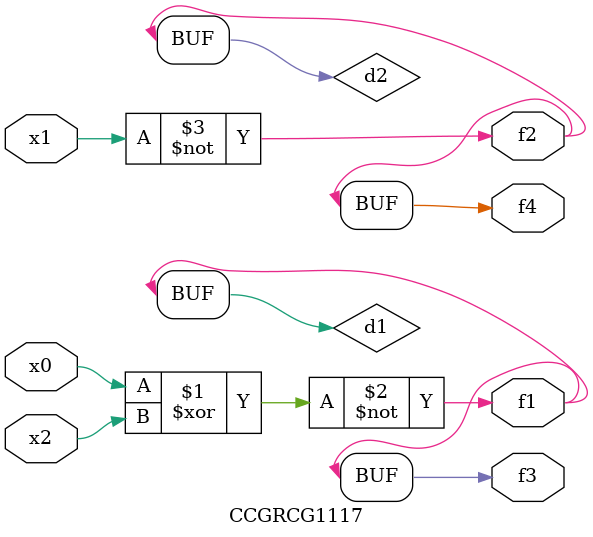
<source format=v>
module CCGRCG1117(
	input x0, x1, x2,
	output f1, f2, f3, f4
);

	wire d1, d2, d3;

	xnor (d1, x0, x2);
	nand (d2, x1);
	nor (d3, x1, x2);
	assign f1 = d1;
	assign f2 = d2;
	assign f3 = d1;
	assign f4 = d2;
endmodule

</source>
